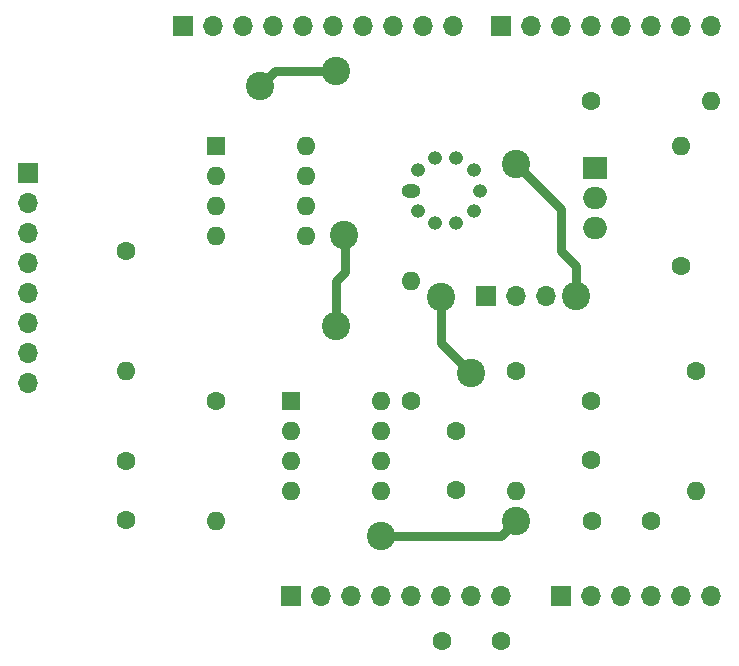
<source format=gbr>
%TF.GenerationSoftware,KiCad,Pcbnew,7.0.9*%
%TF.CreationDate,2023-12-13T07:18:37+01:00*%
%TF.ProjectId,MOSHield,4d4f5348-6965-46c6-942e-6b696361645f,rev?*%
%TF.SameCoordinates,Original*%
%TF.FileFunction,Copper,L1,Top*%
%TF.FilePolarity,Positive*%
%FSLAX46Y46*%
G04 Gerber Fmt 4.6, Leading zero omitted, Abs format (unit mm)*
G04 Created by KiCad (PCBNEW 7.0.9) date 2023-12-13 07:18:37*
%MOMM*%
%LPD*%
G01*
G04 APERTURE LIST*
%TA.AperFunction,ComponentPad*%
%ADD10R,1.700000X1.700000*%
%TD*%
%TA.AperFunction,ComponentPad*%
%ADD11O,1.700000X1.700000*%
%TD*%
%TA.AperFunction,ComponentPad*%
%ADD12C,1.600000*%
%TD*%
%TA.AperFunction,ComponentPad*%
%ADD13O,1.600000X1.600000*%
%TD*%
%TA.AperFunction,ComponentPad*%
%ADD14R,1.600000X1.600000*%
%TD*%
%TA.AperFunction,ComponentPad*%
%ADD15R,2.000000X1.905000*%
%TD*%
%TA.AperFunction,ComponentPad*%
%ADD16O,2.000000X1.905000*%
%TD*%
%TA.AperFunction,ComponentPad*%
%ADD17O,1.600000X1.200000*%
%TD*%
%TA.AperFunction,ComponentPad*%
%ADD18O,1.200000X1.200000*%
%TD*%
%TA.AperFunction,ViaPad*%
%ADD19C,2.400000*%
%TD*%
%TA.AperFunction,Conductor*%
%ADD20C,0.800000*%
%TD*%
G04 APERTURE END LIST*
D10*
%TO.P,J1,1,Pin_1*%
%TO.N,unconnected-(J1-Pin_1-Pad1)*%
X127940000Y-97460000D03*
D11*
%TO.P,J1,2,Pin_2*%
%TO.N,/IOREF*%
X130480000Y-97460000D03*
%TO.P,J1,3,Pin_3*%
%TO.N,/~{RESET}*%
X133020000Y-97460000D03*
%TO.P,J1,4,Pin_4*%
%TO.N,unconnected-(J1-Pin_4-Pad4)*%
X135560000Y-97460000D03*
%TO.P,J1,5,Pin_5*%
%TO.N,+5V*%
X138100000Y-97460000D03*
%TO.P,J1,6,Pin_6*%
%TO.N,GND*%
X140640000Y-97460000D03*
%TO.P,J1,7,Pin_7*%
X143180000Y-97460000D03*
%TO.P,J1,8,Pin_8*%
%TO.N,VCC*%
X145720000Y-97460000D03*
%TD*%
D10*
%TO.P,J3,1,Pin_1*%
%TO.N,VADC_GAS*%
X150800000Y-97460000D03*
D11*
%TO.P,J3,2,Pin_2*%
%TO.N,VADC_TEMP*%
X153340000Y-97460000D03*
%TO.P,J3,3,Pin_3*%
%TO.N,/A2*%
X155880000Y-97460000D03*
%TO.P,J3,4,Pin_4*%
%TO.N,/A3*%
X158420000Y-97460000D03*
%TO.P,J3,5,Pin_5*%
%TO.N,/SDA{slash}A4*%
X160960000Y-97460000D03*
%TO.P,J3,6,Pin_6*%
%TO.N,/SCL{slash}A5*%
X163500000Y-97460000D03*
%TD*%
D10*
%TO.P,J2,1,Pin_1*%
%TO.N,/SCL{slash}A5*%
X118796000Y-49200000D03*
D11*
%TO.P,J2,2,Pin_2*%
%TO.N,/SDA{slash}A4*%
X121336000Y-49200000D03*
%TO.P,J2,3,Pin_3*%
%TO.N,/AREF*%
X123876000Y-49200000D03*
%TO.P,J2,4,Pin_4*%
%TO.N,GND*%
X126416000Y-49200000D03*
%TO.P,J2,5,Pin_5*%
%TO.N,SCK*%
X128956000Y-49200000D03*
%TO.P,J2,6,Pin_6*%
%TO.N,/12*%
X131496000Y-49200000D03*
%TO.P,J2,7,Pin_7*%
%TO.N,SMOSI*%
X134036000Y-49200000D03*
%TO.P,J2,8,Pin_8*%
%TO.N,CS*%
X136576000Y-49200000D03*
%TO.P,J2,9,Pin_9*%
%TO.N,/\u002A9*%
X139116000Y-49200000D03*
%TO.P,J2,10,Pin_10*%
%TO.N,/8*%
X141656000Y-49200000D03*
%TD*%
D10*
%TO.P,J4,1,Pin_1*%
%TO.N,/7*%
X145720000Y-49200000D03*
D11*
%TO.P,J4,2,Pin_2*%
%TO.N,RST*%
X148260000Y-49200000D03*
%TO.P,J4,3,Pin_3*%
%TO.N,RX*%
X150800000Y-49200000D03*
%TO.P,J4,4,Pin_4*%
%TO.N,TX*%
X153340000Y-49200000D03*
%TO.P,J4,5,Pin_5*%
%TO.N,PWM*%
X155880000Y-49200000D03*
%TO.P,J4,6,Pin_6*%
%TO.N,/2*%
X158420000Y-49200000D03*
%TO.P,J4,7,Pin_7*%
%TO.N,/TX{slash}1*%
X160960000Y-49200000D03*
%TO.P,J4,8,Pin_8*%
%TO.N,/RX{slash}0*%
X163500000Y-49200000D03*
%TD*%
D12*
%TO.P,R8,1*%
%TO.N,VCC*%
X160960000Y-69520000D03*
D13*
%TO.P,R8,2*%
%TO.N,VHEAT*%
X160960000Y-59360000D03*
%TD*%
D12*
%TO.P,C5,1*%
%TO.N,VCC*%
X145680000Y-101270000D03*
%TO.P,C5,2*%
%TO.N,GND*%
X140680000Y-101270000D03*
%TD*%
%TO.P,C2,1*%
%TO.N,VADC_GAS*%
X158380000Y-91110000D03*
%TO.P,C2,2*%
%TO.N,GND*%
X153380000Y-91110000D03*
%TD*%
D14*
%TO.P,U1,1,NC*%
%TO.N,unconnected-(U1-NC-Pad1)*%
X127950000Y-80960000D03*
D13*
%TO.P,U1,2,-*%
%TO.N,R2*%
X127950000Y-83500000D03*
%TO.P,U1,3,+*%
%TO.N,Net-(U1-+)*%
X127950000Y-86040000D03*
%TO.P,U1,4,V-*%
%TO.N,GND*%
X127950000Y-88580000D03*
%TO.P,U1,5,NC*%
%TO.N,unconnected-(U1-NC-Pad5)*%
X135570000Y-88580000D03*
%TO.P,U1,6*%
%TO.N,Net-(C4-Pad2)*%
X135570000Y-86040000D03*
%TO.P,U1,7,V+*%
%TO.N,+5V*%
X135570000Y-83500000D03*
%TO.P,U1,8,NC*%
%TO.N,unconnected-(U1-NC-Pad8)*%
X135570000Y-80960000D03*
%TD*%
D10*
%TO.P,J7,1,Pin_1*%
%TO.N,TX*%
X105613000Y-61661000D03*
D11*
%TO.P,J7,2,Pin_2*%
%TO.N,RX*%
X105613000Y-64201000D03*
%TO.P,J7,3,Pin_3*%
%TO.N,unconnected-(J7-Pin_3-Pad3)*%
X105613000Y-66741000D03*
%TO.P,J7,4,Pin_4*%
%TO.N,unconnected-(J7-Pin_4-Pad4)*%
X105613000Y-69281000D03*
%TO.P,J7,5,Pin_5*%
%TO.N,RST*%
X105613000Y-71821000D03*
%TO.P,J7,6,Pin_6*%
%TO.N,+5V*%
X105613000Y-74361000D03*
%TO.P,J7,7,Pin_7*%
%TO.N,unconnected-(J7-Pin_7-Pad7)*%
X105613000Y-76901000D03*
%TO.P,J7,8,Pin_8*%
%TO.N,GND*%
X105613000Y-79441000D03*
%TD*%
D12*
%TO.P,R1,1*%
%TO.N,Net-(U1-+)*%
X121590000Y-80950000D03*
D13*
%TO.P,R1,2*%
%TO.N,GND*%
X121590000Y-91110000D03*
%TD*%
D12*
%TO.P,R7,1*%
%TO.N,Net-(Q1-G)*%
X153340000Y-55550000D03*
D13*
%TO.P,R7,2*%
%TO.N,PWM*%
X163500000Y-55550000D03*
%TD*%
D12*
%TO.P,C1,1*%
%TO.N,Net-(U1-+)*%
X113970000Y-86070000D03*
%TO.P,C1,2*%
%TO.N,GND*%
X113970000Y-91070000D03*
%TD*%
D15*
%TO.P,Q1,1,G*%
%TO.N,Net-(Q1-G)*%
X153665000Y-61265000D03*
D16*
%TO.P,Q1,2,D*%
%TO.N,VHEAT*%
X153665000Y-63805000D03*
%TO.P,Q1,3,S*%
%TO.N,GND*%
X153665000Y-66345000D03*
%TD*%
D10*
%TO.P,J5,1,Pin_1*%
%TO.N,IGAS1*%
X144450000Y-72060000D03*
D11*
%TO.P,J5,2,Pin_2*%
%TO.N,Net-(J5-Pin_2)*%
X146990000Y-72060000D03*
%TO.P,J5,3,Pin_3*%
%TO.N,IGAS2*%
X149530000Y-72060000D03*
%TD*%
D17*
%TO.P,GS1,1,TempA*%
%TO.N,VADC_TEMP*%
X138087670Y-63170000D03*
D18*
%TO.P,GS1,2,Gas1A*%
%TO.N,IGAS1*%
X138645340Y-64886333D03*
%TO.P,GS1,3,HeatA*%
%TO.N,VHEAT*%
X140105340Y-65947085D03*
%TO.P,GS1,4,Gas1B*%
%TO.N,+5V*%
X141910000Y-65947085D03*
%TO.P,GS1,5,NC*%
%TO.N,unconnected-(GS1-NC-Pad5)*%
X143370000Y-64886333D03*
%TO.P,GS1,6,TempB*%
%TO.N,GND*%
X143927670Y-63170000D03*
%TO.P,GS1,7,Gas2A*%
%TO.N,IGAS2*%
X143370000Y-61453667D03*
%TO.P,GS1,8,HeatB*%
%TO.N,GND*%
X141910000Y-60392915D03*
%TO.P,GS1,9,Gas2B*%
%TO.N,+5V*%
X140105340Y-60392915D03*
%TO.P,GS1,10,NC*%
%TO.N,IGAS1*%
X138645340Y-61453667D03*
%TD*%
D12*
%TO.P,R3,1*%
%TO.N,R2*%
X146990000Y-78410000D03*
D13*
%TO.P,R3,2*%
%TO.N,Net-(C4-Pad2)*%
X146990000Y-88570000D03*
%TD*%
D14*
%TO.P,U2,1,~{CS}*%
%TO.N,CS*%
X121600000Y-59370000D03*
D13*
%TO.P,U2,2,SCK*%
%TO.N,SCK*%
X121600000Y-61910000D03*
%TO.P,U2,3,SI*%
%TO.N,SMOSI*%
X121600000Y-64450000D03*
%TO.P,U2,4,VSS*%
%TO.N,GND*%
X121600000Y-66990000D03*
%TO.P,U2,5,PA0*%
%TO.N,R2*%
X129220000Y-66990000D03*
%TO.P,U2,6,PW0*%
%TO.N,GND*%
X129220000Y-64450000D03*
%TO.P,U2,7,PB0*%
X129220000Y-61910000D03*
%TO.P,U2,8,VDD*%
%TO.N,+5V*%
X129220000Y-59370000D03*
%TD*%
D12*
%TO.P,R6,1*%
%TO.N,Net-(C4-Pad2)*%
X162230000Y-78410000D03*
D13*
%TO.P,R6,2*%
%TO.N,VADC_GAS*%
X162230000Y-88570000D03*
%TD*%
D12*
%TO.P,R5,1*%
%TO.N,Net-(J5-Pin_2)*%
X113970000Y-68250000D03*
D13*
%TO.P,R5,2*%
%TO.N,Net-(U1-+)*%
X113970000Y-78410000D03*
%TD*%
D12*
%TO.P,C4,1*%
%TO.N,R2*%
X153340000Y-80990000D03*
%TO.P,C4,2*%
%TO.N,Net-(C4-Pad2)*%
X153340000Y-85990000D03*
%TD*%
%TO.P,C3,1*%
%TO.N,+5V*%
X141910000Y-83530000D03*
%TO.P,C3,2*%
%TO.N,GND*%
X141910000Y-88530000D03*
%TD*%
%TO.P,R4,1*%
%TO.N,+5V*%
X138100000Y-80950000D03*
D13*
%TO.P,R4,2*%
%TO.N,VADC_TEMP*%
X138100000Y-70790000D03*
%TD*%
D19*
%TO.N,R2*%
X132430500Y-66920500D03*
X131750000Y-74600000D03*
%TO.N,Net-(C4-Pad2)*%
X146990000Y-91110000D03*
X135560000Y-92380000D03*
%TO.N,VADC_TEMP*%
X143180000Y-78599000D03*
X140640000Y-72200500D03*
%TO.N,IGAS2*%
X152070000Y-72060000D03*
X146930980Y-60869798D03*
%TO.N,SMOSI*%
X131750000Y-53010000D03*
X125273353Y-54293853D03*
%TD*%
D20*
%TO.N,R2*%
X131750000Y-74600000D02*
X131750000Y-70790000D01*
X132480000Y-66970000D02*
X132430500Y-66920500D01*
X132480000Y-70060000D02*
X132480000Y-66970000D01*
X131750000Y-70790000D02*
X132480000Y-70060000D01*
%TO.N,Net-(C4-Pad2)*%
X135560000Y-92380000D02*
X145720000Y-92380000D01*
X145720000Y-92380000D02*
X146990000Y-91110000D01*
%TO.N,VADC_TEMP*%
X140640000Y-76059000D02*
X140640000Y-72200500D01*
X143180000Y-78599000D02*
X140640000Y-76059000D01*
%TO.N,IGAS2*%
X150800000Y-64738878D02*
X150800000Y-68250000D01*
X146930980Y-60869858D02*
X150800000Y-64738878D01*
X146930980Y-60869798D02*
X146930980Y-60869858D01*
X152070000Y-69520000D02*
X152070000Y-72060000D01*
X150800000Y-68250000D02*
X152070000Y-69520000D01*
%TO.N,SMOSI*%
X131750000Y-53010000D02*
X126557206Y-53010000D01*
X126557206Y-53010000D02*
X125273353Y-54293853D01*
%TD*%
M02*

</source>
